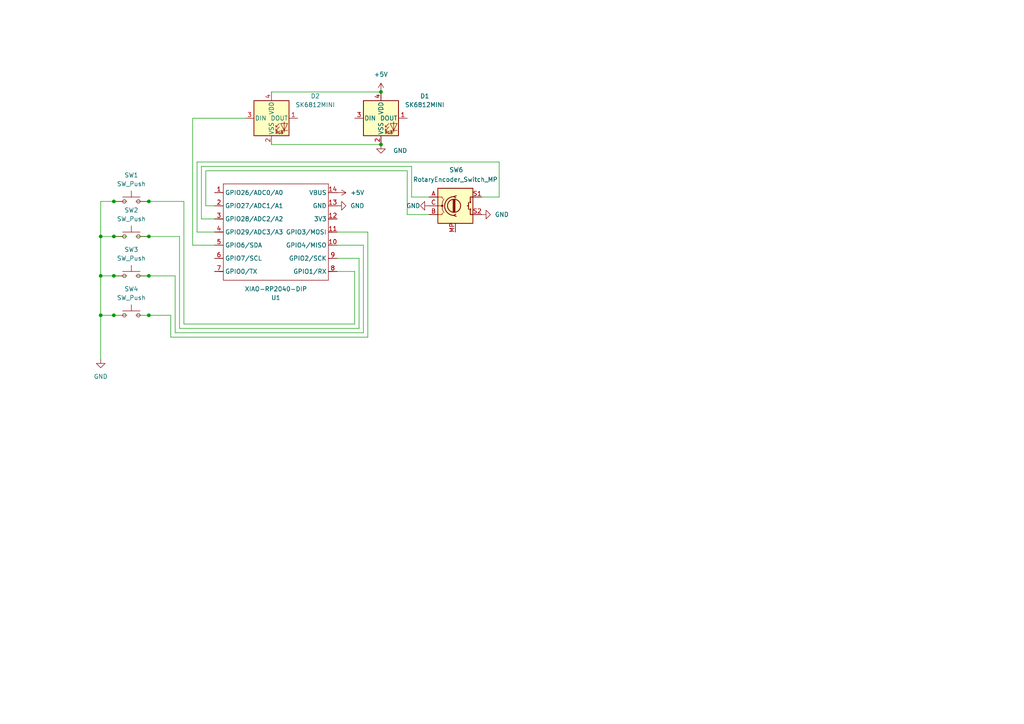
<source format=kicad_sch>
(kicad_sch (version 20250114) (generator "eeschema") (generator_version "9.0")
  (paper "A4")
  (lib_symbols
    (symbol "Device:RotaryEncoder_Switch_MP" (pin_names (offset 0.254) (hide yes))
      (property "Reference" "SW" (at 0 8.89 0))
      (property "Value" "RotaryEncoder_Switch_MP" (at 0 6.35 0))
      (symbol "RotaryEncoder_Switch_MP_0_1"
        (rectangle (start -5.08 5.08) (end 5.08 -5.08) (stroke (width 0.254)) (fill (type background)))
        (polyline (pts (xy -5.08 2.54) (xy -3.81 2.54) (xy -3.81 2.032)))
        (polyline (pts (xy -5.08 0) (xy -3.81 0) (xy -3.81 -1.016) (xy -3.302 -2.032)))
        (polyline (pts (xy -5.08 -2.54) (xy -3.81 -2.54) (xy -3.81 -2.032)))
        (polyline (pts (xy -4.318 0) (xy -3.81 0) (xy -3.81 1.016) (xy -3.302 2.032)))
        (circle (center -3.81 0) (radius 0.254) (fill (type outline)))
        (polyline (pts (xy -0.635 -1.778) (xy -0.635 1.778)) (stroke (width 0.254)))
        (circle (center -0.381 0) (radius 1.905) (stroke (width 0.254)))
        (polyline (pts (xy -0.381 -1.778) (xy -0.381 1.778)) (stroke (width 0.254)))
        (arc (start -0.381 -2.794) (mid -3.0988 -0.0635) (end -0.381 2.667) (stroke (width 0.254)))
        (polyline (pts (xy -0.127 1.778) (xy -0.127 -1.778)) (stroke (width 0.254)))
        (polyline (pts (xy 0.254 2.921) (xy -0.508 2.667) (xy 0.127 2.286)) (stroke (width 0.254)))
        (polyline (pts (xy 0.254 -3.048) (xy -0.508 -2.794) (xy 0.127 -2.413)) (stroke (width 0.254)))
        (polyline (pts (xy 3.81 1.016) (xy 3.81 -1.016)) (stroke (width 0.254)))
        (polyline (pts (xy 3.81 0) (xy 3.429 0)) (stroke (width 0.254)))
        (circle (center 4.318 1.016) (radius 0.127) (stroke (width 0.254)))
        (circle (center 4.318 -1.016) (radius 0.127) (stroke (width 0.254)))
        (polyline (pts (xy 5.08 2.54) (xy 4.318 2.54) (xy 4.318 1.016)) (stroke (width 0.254)))
        (polyline (pts (xy 5.08 -2.54) (xy 4.318 -2.54) (xy 4.318 -1.016)) (stroke (width 0.254)))
      )
      (symbol "RotaryEncoder_Switch_MP_1_1"
        (pin passive line (at -7.62 2.54 0) (length 2.54) (name "A") (number "A"))
        (pin passive line (at -7.62 0 0) (length 2.54) (name "C") (number "C"))
        (pin passive line (at -7.62 -2.54 0) (length 2.54) (name "B") (number "B"))
        (pin passive line (at 0 -7.62 90) (length 2.54) (name "MP") (number "MP"))
        (pin passive line (at 7.62 2.54 180) (length 2.54) (name "S1") (number "S1"))
        (pin passive line (at 7.62 -2.54 180) (length 2.54) (name "S2") (number "S2"))
      )
    )
    (symbol "LED:SK6812MINI" (pin_names (offset 0.254))
      (property "Reference" "D" (at 5.08 5.715 0))
      (property "Value" "SK6812MINI" (at 1.27 -5.715 0))
      (symbol "SK6812MINI_0_0"
        (text "RGB" (at 2.286 -4.191 0) (effects (font (size 0.762 0.762))))
      )
      (symbol "SK6812MINI_0_1"
        (polyline (pts (xy 1.27 -2.54) (xy 1.778 -2.54)))
        (polyline (pts (xy 1.27 -3.556) (xy 1.778 -3.556)))
        (polyline (pts (xy 2.286 -1.524) (xy 1.27 -2.54) (xy 1.27 -2.032)))
        (polyline (pts (xy 2.286 -2.54) (xy 1.27 -3.556) (xy 1.27 -3.048)))
        (polyline (pts (xy 3.683 -1.016) (xy 3.683 -3.556) (xy 3.683 -4.064)))
        (polyline (pts (xy 4.699 -1.524) (xy 2.667 -1.524) (xy 3.683 -3.556) (xy 4.699 -1.524)))
        (polyline (pts (xy 4.699 -3.556) (xy 2.667 -3.556)))
        (rectangle (start 5.08 5.08) (end -5.08 -5.08) (stroke (width 0.254)) (fill (type background)))
      )
      (symbol "SK6812MINI_1_1"
        (pin input line (at -7.62 0 0) (length 2.54) (name "DIN") (number "3"))
        (pin power_in line (at 0 7.62 270) (length 2.54) (name "VDD") (number "4"))
        (pin power_in line (at 0 -7.62 90) (length 2.54) (name "VSS") (number "2"))
        (pin output line (at 7.62 0 180) (length 2.54) (name "DOUT") (number "1"))
      )
    )
    (symbol "OPL:XIAO-RP2040-DIP"
      (property "Reference" "U" (at 0 0 0))
      (property "Value" "XIAO-RP2040-DIP" (at 5.334 -1.778 0))
      (symbol "XIAO-RP2040-DIP_1_0"
        (polyline (pts (xy -1.27 -2.54) (xy 29.21 -2.54)) (stroke (width 0.1524)))
        (polyline (pts (xy -1.27 -5.08) (xy -2.54 -5.08)) (stroke (width 0.1524)))
        (polyline (pts (xy -1.27 -5.08) (xy -1.27 -2.54)) (stroke (width 0.1524)))
        (polyline (pts (xy -1.27 -8.89) (xy -2.54 -8.89)) (stroke (width 0.1524)))
        (polyline (pts (xy -1.27 -8.89) (xy -1.27 -5.08)) (stroke (width 0.1524)))
        (polyline (pts (xy -1.27 -12.7) (xy -2.54 -12.7)) (stroke (width 0.1524)))
        (polyline (pts (xy -1.27 -12.7) (xy -1.27 -8.89)) (stroke (width 0.1524)))
        (polyline (pts (xy -1.27 -16.51) (xy -2.54 -16.51)) (stroke (width 0.1524)))
        (polyline (pts (xy -1.27 -16.51) (xy -1.27 -12.7)) (stroke (width 0.1524)))
        (polyline (pts (xy -1.27 -20.32) (xy -2.54 -20.32)) (stroke (width 0.1524)))
        (polyline (pts (xy -1.27 -24.13) (xy -2.54 -24.13)) (stroke (width 0.1524)))
        (polyline (pts (xy -1.27 -27.94) (xy -2.54 -27.94)) (stroke (width 0.1524)))
        (polyline (pts (xy -1.27 -30.48) (xy -1.27 -16.51)) (stroke (width 0.1524)))
        (polyline (pts (xy 29.21 -2.54) (xy 29.21 -5.08)) (stroke (width 0.1524)))
        (polyline (pts (xy 29.21 -5.08) (xy 29.21 -8.89)) (stroke (width 0.1524)))
        (polyline (pts (xy 29.21 -8.89) (xy 29.21 -12.7)) (stroke (width 0.1524)))
        (polyline (pts (xy 29.21 -12.7) (xy 29.21 -30.48)) (stroke (width 0.1524)))
        (polyline (pts (xy 29.21 -30.48) (xy -1.27 -30.48)) (stroke (width 0.1524)))
        (polyline (pts (xy 30.48 -5.08) (xy 29.21 -5.08)) (stroke (width 0.1524)))
        (polyline (pts (xy 30.48 -8.89) (xy 29.21 -8.89)) (stroke (width 0.1524)))
        (polyline (pts (xy 30.48 -12.7) (xy 29.21 -12.7)) (stroke (width 0.1524)))
        (polyline (pts (xy 30.48 -16.51) (xy 29.21 -16.51)) (stroke (width 0.1524)))
        (polyline (pts (xy 30.48 -20.32) (xy 29.21 -20.32)) (stroke (width 0.1524)))
        (polyline (pts (xy 30.48 -24.13) (xy 29.21 -24.13)) (stroke (width 0.1524)))
        (polyline (pts (xy 30.48 -27.94) (xy 29.21 -27.94)) (stroke (width 0.1524)))
        (pin passive line (at -3.81 -5.08 0) (length 2.54) (name "GPIO26/ADC0/A0") (number "1"))
        (pin passive line (at -3.81 -8.89 0) (length 2.54) (name "GPIO27/ADC1/A1") (number "2"))
        (pin passive line (at -3.81 -12.7 0) (length 2.54) (name "GPIO28/ADC2/A2") (number "3"))
        (pin passive line (at -3.81 -16.51 0) (length 2.54) (name "GPIO29/ADC3/A3") (number "4"))
        (pin passive line (at -3.81 -20.32 0) (length 2.54) (name "GPIO6/SDA") (number "5"))
        (pin passive line (at -3.81 -24.13 0) (length 2.54) (name "GPIO7/SCL") (number "6"))
        (pin passive line (at -3.81 -27.94 0) (length 2.54) (name "GPIO0/TX") (number "7"))
        (pin passive line (at 31.75 -5.08 180) (length 2.54) (name "VBUS") (number "14"))
        (pin passive line (at 31.75 -8.89 180) (length 2.54) (name "GND") (number "13"))
        (pin passive line (at 31.75 -12.7 180) (length 2.54) (name "3V3") (number "12"))
        (pin passive line (at 31.75 -16.51 180) (length 2.54) (name "GPIO3/MOSI") (number "11"))
        (pin passive line (at 31.75 -20.32 180) (length 2.54) (name "GPIO4/MISO") (number "10"))
        (pin passive line (at 31.75 -24.13 180) (length 2.54) (name "GPIO2/SCK") (number "9"))
        (pin passive line (at 31.75 -27.94 180) (length 2.54) (name "GPIO1/RX") (number "8"))
      )
    )
    (symbol "Switch:SW_Push" (pin_numbers (hide yes)) (pin_names (offset 1.016) (hide yes))
      (property "Reference" "SW" (at 1.27 2.54 0))
      (property "Value" "SW_Push" (at 0 -1.524 0))
      (symbol "SW_Push_0_1"
        (circle (center -2.032 0) (radius 0.508))
        (polyline (pts (xy 0 1.27) (xy 0 3.048)))
        (circle (center 2.032 0) (radius 0.508))
        (polyline (pts (xy 2.54 1.27) (xy -2.54 1.27)))
        (pin passive line (at -5.08 0 0) (length 2.54) (name "1") (number "1"))
        (pin passive line (at 5.08 0 180) (length 2.54) (name "2") (number "2"))
      )
    )
    (symbol "power:+5V" (power) (pin_numbers (hide yes)) (pin_names (offset 0) (hide yes))
      (property "Value" "+5V" (at 0 3.556 0))
      (symbol "+5V_0_1"
        (polyline (pts (xy -0.762 1.27) (xy 0 2.54)))
        (polyline (pts (xy 0 2.54) (xy 0.762 1.27)))
        (polyline (pts (xy 0 0) (xy 0 2.54)))
      )
      (symbol "+5V_1_1"
        (pin power_in line (at 0 0 90) (length 0) (name "~") (number "1"))
      )
    )
    (symbol "power:GND" (power) (pin_numbers (hide yes)) (pin_names (offset 0) (hide yes))
      (property "Value" "GND" (at 0 -3.81 0))
      (symbol "GND_0_1"
        (polyline (pts (xy 0 0) (xy 0 -1.27) (xy 1.27 -1.27) (xy 0 -2.54) (xy -1.27 -1.27) (xy 0 -1.27)))
      )
      (symbol "GND_1_1"
        (pin power_in line (at 0 0 270) (length 0) (name "~") (number "1"))
      )
    )
  )
  (junction (at 33.02 68.58))
  (junction (at 43.18 80.01))
  (junction (at 33.02 80.01))
  (junction (at 43.18 58.42))
  (junction (at 29.21 68.58))
  (junction (at 33.02 91.44))
  (junction (at 29.21 91.44))
  (junction (at 43.18 91.44))
  (junction (at 110.49 41.91))
  (junction (at 33.02 58.42))
  (junction (at 110.49 26.67))
  (junction (at 43.18 68.58))
  (junction (at 29.21 80.01))
  (wire (pts (xy 39.37 80.01) (xy 43.18 80.01)))
  (wire (pts (xy 62.23 71.12) (xy 55.88 71.12)))
  (wire (pts (xy 55.88 71.12) (xy 55.88 34.29)))
  (wire (pts (xy 144.78 46.99) (xy 144.78 57.15)))
  (wire (pts (xy 53.34 93.98) (xy 102.87 93.98)))
  (wire (pts (xy 33.02 91.44) (xy 36.83 91.44)))
  (wire (pts (xy 57.15 67.31) (xy 57.15 46.99)))
  (wire (pts (xy 39.37 58.42) (xy 43.18 58.42)))
  (wire (pts (xy 59.69 49.53) (xy 118.11 49.53)))
  (wire (pts (xy 52.07 68.58) (xy 52.07 95.25)))
  (wire (pts (xy 43.18 58.42) (xy 53.34 58.42)))
  (wire (pts (xy 50.8 80.01) (xy 50.8 96.52)))
  (wire (pts (xy 49.53 91.44) (xy 49.53 97.79)))
  (wire (pts (xy 29.21 68.58) (xy 33.02 68.58)))
  (wire (pts (xy 62.23 59.69) (xy 59.69 59.69)))
  (wire (pts (xy 52.07 95.25) (xy 104.14 95.25)))
  (wire (pts (xy 43.18 68.58) (xy 52.07 68.58)))
  (wire (pts (xy 39.37 91.44) (xy 43.18 91.44)))
  (wire (pts (xy 36.83 58.42) (xy 33.02 58.42)))
  (wire (pts (xy 39.37 68.58) (xy 43.18 68.58)))
  (wire (pts (xy 49.53 97.79) (xy 106.68 97.79)))
  (wire (pts (xy 58.42 48.26) (xy 119.38 48.26)))
  (wire (pts (xy 29.21 91.44) (xy 33.02 91.44)))
  (wire (pts (xy 62.23 63.5) (xy 58.42 63.5)))
  (wire (pts (xy 29.21 80.01) (xy 29.21 91.44)))
  (wire (pts (xy 33.02 68.58) (xy 36.83 68.58)))
  (wire (pts (xy 29.21 68.58) (xy 29.21 80.01)))
  (wire (pts (xy 43.18 80.01) (xy 50.8 80.01)))
  (wire (pts (xy 106.68 67.31) (xy 97.79 67.31)))
  (wire (pts (xy 62.23 67.31) (xy 57.15 67.31)))
  (wire (pts (xy 55.88 34.29) (xy 71.12 34.29)))
  (wire (pts (xy 78.74 41.91) (xy 110.49 41.91)))
  (wire (pts (xy 119.38 57.15) (xy 124.46 57.15)))
  (wire (pts (xy 78.74 26.67) (xy 110.49 26.67)))
  (wire (pts (xy 53.34 58.42) (xy 53.34 93.98)))
  (wire (pts (xy 29.21 80.01) (xy 33.02 80.01)))
  (wire (pts (xy 144.78 57.15) (xy 139.7 57.15)))
  (wire (pts (xy 118.11 62.23) (xy 124.46 62.23)))
  (wire (pts (xy 105.41 96.52) (xy 105.41 71.12)))
  (wire (pts (xy 43.18 91.44) (xy 49.53 91.44)))
  (wire (pts (xy 33.02 80.01) (xy 36.83 80.01)))
  (wire (pts (xy 33.02 58.42) (xy 29.21 58.42)))
  (wire (pts (xy 106.68 97.79) (xy 106.68 67.31)))
  (wire (pts (xy 29.21 91.44) (xy 29.21 104.14)))
  (wire (pts (xy 104.14 74.93) (xy 97.79 74.93)))
  (wire (pts (xy 57.15 46.99) (xy 144.78 46.99)))
  (wire (pts (xy 29.21 58.42) (xy 29.21 68.58)))
  (wire (pts (xy 104.14 95.25) (xy 104.14 74.93)))
  (wire (pts (xy 58.42 63.5) (xy 58.42 48.26)))
  (wire (pts (xy 105.41 71.12) (xy 97.79 71.12)))
  (wire (pts (xy 119.38 48.26) (xy 119.38 57.15)))
  (wire (pts (xy 118.11 49.53) (xy 118.11 62.23)))
  (wire (pts (xy 102.87 93.98) (xy 102.87 78.74)))
  (wire (pts (xy 59.69 59.69) (xy 59.69 49.53)))
  (wire (pts (xy 102.87 78.74) (xy 97.79 78.74)))
  (wire (pts (xy 50.8 96.52) (xy 105.41 96.52)))
  (symbol (lib_id "power:GND") (at 139.7 62.23 90) (unit 1)
    (property "Reference" "#PWR07" (effects (hide yes)))
    (property "Value" "GND" (at 143.51 62.2299 90) (effects (justify right)))
    (property "Description" "Power symbol creates a global label with name \"GND\" , ground" (effects (hide yes)))
  )
  (symbol (lib_id "power:GND") (at 124.46 59.69 270) (unit 1)
    (property "Reference" "#PWR09" (effects (hide yes)))
    (property "Value" "GND" (at 121.92 59.69 90) (effects (justify right)))
    (property "Description" "Power symbol creates a global label with name \"GND\" , ground" (effects (hide yes)))
  )
  (symbol (lib_id "Switch:SW_Push") (at 38.1 80.01 0) (unit 1)
    (property "Reference" "SW3" (at 38.1 72.39 0))
    (property "Value" "SW_Push" (at 38.1 74.93 0))
    (property "Footprint" "Button_Switch_Keyboard:SW_Cherry_MX_1.00u_PCB" (effects (hide yes)))
    (property "Description" "Push button switch, generic, two pins" (effects (hide yes)))
  )
  (symbol (lib_id "LED:SK6812MINI") (at 78.74 34.29 0) (unit 1)
    (property "Reference" "D2" (at 91.44 27.8698 0))
    (property "Value" "SK6812MINI" (at 91.44 30.4098 0))
    (property "Footprint" "LED_SMD:LED_SK6812MINI_PLCC4_3.5x3.5mm_P1.75mm" (effects (hide yes)))
    (property "Datasheet" "https://cdn-shop.adafruit.com/product-files/2686/SK6812MINI_REV.01-1-2.pdf" (effects (hide yes)))
    (property "Description" "RGB LED with integrated controller" (effects (hide yes)))
  )
  (symbol (lib_id "OPL:XIAO-RP2040-DIP") (at 66.04 50.8 0) (unit 1)
    (property "Reference" "U1" (at 80.01 86.36 0))
    (property "Value" "XIAO-RP2040-DIP" (at 80.01 83.82 0))
    (property "Footprint" "OPL:XIAO-RP2040-DIP" (effects (hide yes)))
  )
  (symbol (lib_id "power:GND") (at 29.21 104.14 0) (unit 1)
    (property "Reference" "#PWR05" (effects (hide yes)))
    (property "Value" "GND" (at 29.21 109.22 0))
    (property "Description" "Power symbol creates a global label with name \"GND\" , ground" (effects (hide yes)))
  )
  (symbol (lib_id "Switch:SW_Push") (at 38.1 91.44 0) (unit 1)
    (property "Reference" "SW4" (at 38.1 83.82 0))
    (property "Value" "SW_Push" (at 38.1 86.36 0))
    (property "Footprint" "Button_Switch_Keyboard:SW_Cherry_MX_1.00u_PCB" (effects (hide yes)))
    (property "Description" "Push button switch, generic, two pins" (effects (hide yes)))
  )
  (symbol (lib_id "power:GND") (at 97.79 59.69 90) (unit 1)
    (property "Reference" "#PWR03" (effects (hide yes)))
    (property "Value" "GND" (at 101.6 59.6899 90) (effects (justify right)))
    (property "Description" "Power symbol creates a global label with name \"GND\" , ground" (effects (hide yes)))
  )
  (symbol (lib_id "Switch:SW_Push") (at 38.1 68.58 0) (unit 1)
    (property "Reference" "SW2" (at 38.1 60.96 0))
    (property "Value" "SW_Push" (at 38.1 63.5 0))
    (property "Footprint" "Button_Switch_Keyboard:SW_Cherry_MX_1.00u_PCB" (effects (hide yes)))
    (property "Description" "Push button switch, generic, two pins" (effects (hide yes)))
  )
  (symbol (lib_id "power:+5V") (at 110.49 26.67 0) (unit 1)
    (property "Reference" "#PWR01" (effects (hide yes)))
    (property "Value" "+5V" (at 110.49 21.59 0))
    (property "Description" "Power symbol creates a global label with name \"+5V\"" (effects (hide yes)))
  )
  (symbol (lib_id "Switch:SW_Push") (at 38.1 58.42 0) (unit 1)
    (property "Reference" "SW1" (at 38.1 50.8 0))
    (property "Value" "SW_Push" (at 38.1 53.34 0))
    (property "Footprint" "Button_Switch_Keyboard:SW_Cherry_MX_1.00u_PCB" (effects (hide yes)))
    (property "Description" "Push button switch, generic, two pins" (effects (hide yes)))
  )
  (symbol (lib_id "LED:SK6812MINI") (at 110.49 34.29 0) (unit 1)
    (property "Reference" "D1" (at 123.19 27.8698 0))
    (property "Value" "SK6812MINI" (at 123.19 30.4098 0))
    (property "Footprint" "LED_SMD:LED_SK6812MINI_PLCC4_3.5x3.5mm_P1.75mm" (effects (hide yes)))
    (property "Datasheet" "https://cdn-shop.adafruit.com/product-files/2686/SK6812MINI_REV.01-1-2.pdf" (effects (hide yes)))
    (property "Description" "RGB LED with integrated controller" (effects (hide yes)))
  )
  (symbol (lib_id "power:+5V") (at 97.79 55.88 270) (unit 1)
    (property "Reference" "#PWR02" (effects (hide yes)))
    (property "Value" "+5V" (at 101.6 55.8799 90) (effects (justify left)))
    (property "Description" "Power symbol creates a global label with name \"+5V\"" (effects (hide yes)))
  )
  (symbol (lib_id "power:GND") (at 110.49 41.91 0) (unit 1)
    (property "Reference" "#PWR04" (effects (hide yes)))
    (property "Value" "GND" (at 116.078 43.688 0))
    (property "Description" "Power symbol creates a global label with name \"GND\" , ground" (effects (hide yes)))
  )
  (symbol (lib_id "Device:RotaryEncoder_Switch_MP") (at 132.08 59.69 0) (unit 1)
    (property "Reference" "SW6" (at 132.334 49.276 0))
    (property "Value" "RotaryEncoder_Switch_MP" (at 132.08 52.07 0))
    (property "Footprint" "Rotary_Encoder:RotaryEncoder_Alps_EC11E-Switch_Vertical_H20mm" (effects (hide yes)))
    (property "Description" "Rotary encoder, dual channel, incremental quadrate outputs, with switch and MP Pin" (effects (hide yes)))
  )
)
</source>
